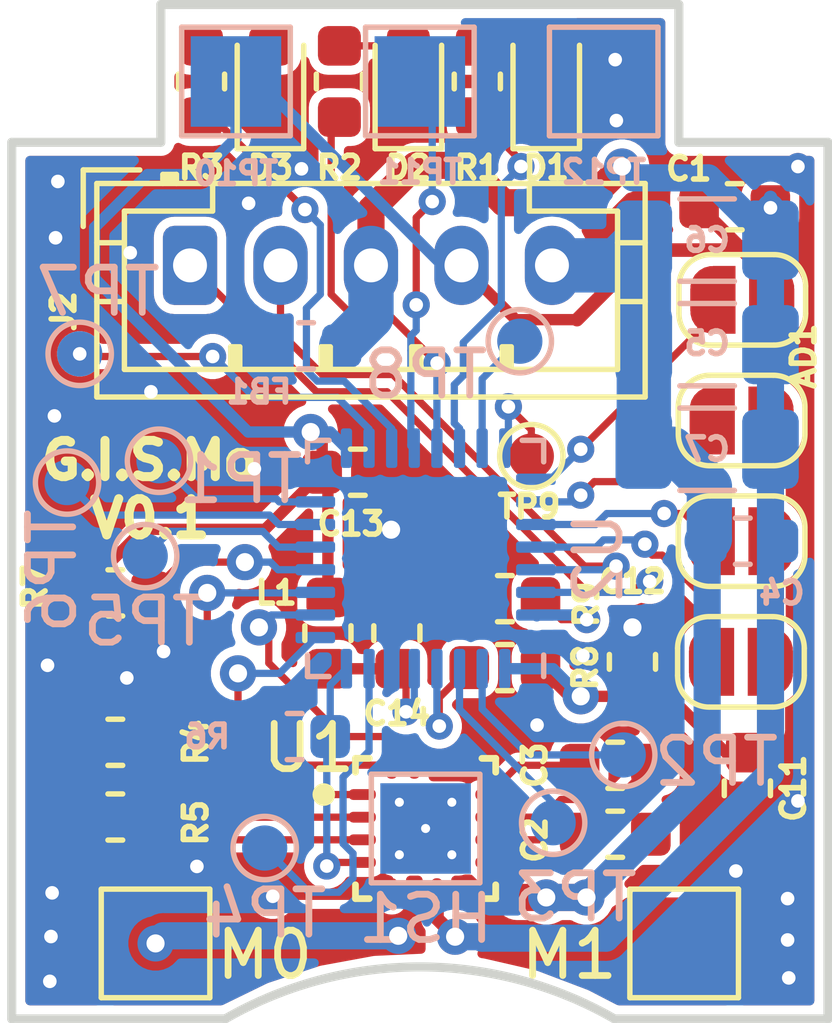
<source format=kicad_pcb>
(kicad_pcb (version 20171130) (host pcbnew "(5.1.6)-1")
  (title_block (title G.I.S.Mo) (date 2020-09-06) (rev 0.12) (company https://github.com/wandrade/gismo) (comment 1 "Werner Thomassen Andrade"))
  (layers (0 F.Cu signal) (31 B.Cu signal) (34 B.Paste user) (35 F.Paste user hide) (36 B.SilkS user) (37 F.SilkS user) (38 B.Mask user) (39 F.Mask user) (44 Edge.Cuts user))
  (net 0 "")
  (net 1 GNDPWR)
  (net 2 +3V3)
  (net 3 "Net-(C2-Pad2)")
  (net 4 "Net-(C3-Pad2)")
  (net 5 "Net-(C3-Pad1)")
  (net 6 GND)
  (net 7 "Net-(C14-Pad2)")
  (net 8 "Net-(D1-Pad2)")
  (net 9 "Net-(D2-Pad2)")
  (net 10 "Net-(D3-Pad2)")
  (net 11 /SCL)
  (net 12 /SDA)
  (net 13 VCC)
  (net 14 /MCU/PWM_IN)
  (net 15 /MCU/LED_R)
  (net 16 /MCU/LED_G)
  (net 17 /MCU/LED_B)
  (net 18 "Net-(R4-Pad1)")
  (net 19 /DRV/I_Sense)
  (net 20 /MCU/~FAULT)
  (net 21 "Net-(R9-Pad2)")
  (net 22 /DRV/Direction)
  (net 23 /DRV/MotPWM)
  (net 24 /MCU/~SLEEP)
  (net 25 /MCU/AD3)
  (net 26 /MCU/AD2)
  (net 27 /MCU/AD1)
  (net 28 /MCU/AD0)
  (net 29 "Net-(TP1-Pad1)")
  (net 30 "Net-(TP2-Pad1)")
  (net 31 "Net-(TP3-Pad1)")
  (net 32 "Net-(TP4-Pad1)")
  (net 33 "Net-(TP5-Pad1)")
  (net 34 "Net-(TP6-Pad1)")
  (net 35 "Net-(TP7-Pad1)")
  (net 36 "Net-(TP8-Pad1)")
  (net 37 "Net-(TP9-Pad1)")
  (net 38 "Net-(M0-Pad1)")
  (net 39 "Net-(M1-Pad1)")
  (net 40 "Net-(R8-Pad1)")
  (net 41 /DRV/HeatPad)
  (module TestPoint:TestPoint_Pad_2.0x2.0mm (layer B.Cu) (at 149.352 104.902)
    (fp_text reference HS1 (at 0 1.998) (layer B.SilkS) (effects (justify mirror)))
    (fp_text value HeatSink)
    (pad 1 smd rect (at 0 0) (size 2 2) (layers B.Cu B.Mask) (net 41 /DRV/HeatPad))
  )
  (module TestPoint:TestPoint_Pad_D1.0mm (layer F.Cu) (at 151.6888 96.6724)
    (fp_text reference TP9 (at -0.0508 1.1176) (layer F.SilkS) (effects (font (size 0.5 0.5) (thickness 0.125))))
    (fp_text value PA14)
    (pad 1 smd circle (at 0 0) (size 1 1) (layers F.Cu F.Mask) (net 37 "Net-(TP9-Pad1)"))
  )
  (module TestPoint:TestPoint_Pad_D1.0mm (layer B.Cu) (at 151.4348 94.1324)
    (fp_text reference TP8 (at -2.0828 0.7366) (layer B.SilkS) (effects (justify mirror)))
    (fp_text value PA13)
    (pad 1 smd circle (at 0 0) (size 1 1) (layers B.Cu B.Mask) (net 36 "Net-(TP8-Pad1)"))
  )
  (module TestPoint:TestPoint_Pad_D1.0mm (layer B.Cu) (at 141.7066 94.4118)
    (fp_text reference TP7 (at 0.4064 -1.3716) (layer B.SilkS) (effects (justify mirror)))
    (fp_text value PA8)
    (pad 1 smd circle (at 0 0) (size 1 1) (layers B.Cu B.Mask) (net 35 "Net-(TP7-Pad1)"))
  )
  (module TestPoint:TestPoint_Pad_D1.0mm (layer B.Cu) (at 141.4272 97.2566)
    (fp_text reference TP6 (at -0.3302 1.9558 90) (layer B.SilkS) (effects (justify mirror)))
    (fp_text value PA7)
    (pad 1 smd circle (at 0 0) (size 1 1) (layers B.Cu B.Mask) (net 34 "Net-(TP6-Pad1)"))
  )
  (module TestPoint:TestPoint_Pad_D1.0mm (layer B.Cu) (at 143.1544 98.8822)
    (fp_text reference TP5 (at 0 1.448) (layer B.SilkS) (effects (justify mirror)))
    (fp_text value PA6)
    (pad 1 smd circle (at 0 0) (size 1 1) (layers B.Cu B.Mask) (net 33 "Net-(TP5-Pad1)"))
  )
  (module TestPoint:TestPoint_Pad_D1.0mm (layer B.Cu) (at 145.796 105.3338)
    (fp_text reference TP4 (at 0 1.448) (layer B.SilkS) (effects (justify mirror)))
    (fp_text value PA0)
    (pad 1 smd circle (at 0 0) (size 1 1) (layers B.Cu B.Mask) (net 32 "Net-(TP4-Pad1)"))
  )
  (module TestPoint:TestPoint_Pad_D1.0mm (layer B.Cu) (at 152.1714 104.775)
    (fp_text reference TP3 (at 0.4826 1.651) (layer B.SilkS) (effects (justify mirror)))
    (fp_text value PF1)
    (pad 1 smd circle (at 0 0) (size 1 1) (layers B.Cu B.Mask) (net 31 "Net-(TP3-Pad1)"))
  )
  (module TestPoint:TestPoint_Pad_D1.0mm (layer B.Cu) (at 153.7208 103.2764)
    (fp_text reference TP2 (at 2.0574 0.1524) (layer B.SilkS) (effects (justify mirror)))
    (fp_text value PF0)
    (pad 1 smd circle (at 0 0) (size 1 1) (layers B.Cu B.Mask) (net 30 "Net-(TP2-Pad1)"))
  )
  (module TestPoint:TestPoint_Pad_D1.0mm (layer B.Cu) (at 143.4592 96.774)
    (fp_text reference TP1 (at 1.8034 0.4064) (layer B.SilkS) (effects (justify mirror)))
    (fp_text value PB0)
    (pad 1 smd circle (at 0 0) (size 1 1) (layers B.Cu B.Mask) (net 29 "Net-(TP1-Pad1)"))
  )
  (module TestPoint:TestPoint_Pad_2.0x2.0mm (layer B.Cu) (at 153.289 88.392)
    (fp_text reference TP12 (at 0 1.998) (layer B.SilkS) (effects (font (size 0.5 0.5) (thickness 0.125)) (justify mirror)))
    (fp_text value TestPoint)
    (pad 1 smd rect (at 0 0) (size 2 2) (layers B.Cu B.Mask) (net 6 GND))
  )
  (module TestPoint:TestPoint_Pad_2.0x2.0mm (layer B.Cu) (at 149.225 88.392)
    (fp_text reference TP11 (at 0 1.998) (layer B.SilkS) (effects (font (size 0.5 0.5) (thickness 0.125)) (justify mirror)))
    (fp_text value TestPoint)
    (pad 1 smd rect (at 0 0) (size 2 2) (layers B.Cu B.Mask) (net 14 /MCU/PWM_IN))
  )
  (module TestPoint:TestPoint_Pad_2.0x2.0mm (layer B.Cu) (at 145.161 88.392)
    (fp_text reference TP10 (at 0 2.032) (layer B.SilkS) (effects (font (size 0.5 0.5) (thickness 0.125)) (justify mirror)))
    (fp_text value TestPoint)
    (pad 1 smd rect (at 0 0) (size 2 2) (layers B.Cu B.Mask) (net 2 +3V3))
  )
  (module TestPoint:TestPoint_Pad_2.0x2.0mm (layer F.Cu) (at 155.067 107.442)
    (fp_text reference M1 (at -2.54 0.254) (layer F.SilkS))
    (fp_text value M-)
    (pad 1 smd rect (at 0 0) (size 2 2) (layers F.Cu F.Mask) (net 39 "Net-(M1-Pad1)"))
  )
  (module TestPoint:TestPoint_Pad_2.0x2.0mm (layer F.Cu) (at 143.383 107.442)
    (fp_text reference M0 (at 2.413 0.254) (layer F.SilkS))
    (fp_text value M+)
    (pad 1 smd rect (at 0 0) (size 2 2) (layers F.Cu F.Mask) (net 38 "Net-(M0-Pad1)"))
  )
  (module LED_SMD:LED_0603_1608Metric (layer F.Cu) (at 145.923 88.392 90)
    (fp_text reference D3 (at -1.905 0) (layer F.SilkS) (effects (font (size 0.5 0.5) (thickness 0.125))))
    (fp_text value B)
    (pad 2 smd roundrect (at 0.7875 0 90) (size 0.875 0.95) (layers F.Cu F.Paste F.Mask) (net 10 "Net-(D3-Pad2)"))
    (pad 1 smd roundrect (at -0.7875 0 90) (size 0.875 0.95) (layers F.Cu F.Paste F.Mask) (net 6 GND))
  )
  (module LED_SMD:LED_0603_1608Metric (layer F.Cu) (at 148.971 88.392 90)
    (fp_text reference D2 (at -1.905 0 180) (layer F.SilkS) (effects (font (size 0.5 0.5) (thickness 0.125))))
    (fp_text value G)
    (pad 2 smd roundrect (at 0.7875 0 90) (size 0.875 0.95) (layers F.Cu F.Paste F.Mask) (net 9 "Net-(D2-Pad2)"))
    (pad 1 smd roundrect (at -0.7875 0 90) (size 0.875 0.95) (layers F.Cu F.Paste F.Mask) (net 6 GND))
  )
  (module LED_SMD:LED_0603_1608Metric (layer F.Cu) (at 152.019 88.392 90)
    (fp_text reference D1 (at -1.905 0 180) (layer F.SilkS) (effects (font (size 0.5 0.5) (thickness 0.125))))
    (fp_text value R)
    (pad 2 smd roundrect (at 0.7875 0 90) (size 0.875 0.95) (layers F.Cu F.Paste F.Mask) (net 8 "Net-(D1-Pad2)"))
    (pad 1 smd roundrect (at -0.7875 0 90) (size 0.875 0.95) (layers F.Cu F.Paste F.Mask) (net 6 GND))
  )
  (module Jumper:SolderJumper-2_P1.3mm_Open_RoundedPad1.0x1.5mm (layer F.Cu) (at 156.322 101.219 180)
    (fp_text reference AD4 hide)
    (fp_text value AD3)
    (pad 2 smd custom (at 0.65 0 180) (size 1 0.5) (layers F.Cu F.Mask) (net 25 /MCU/AD3) (options (clearance outline) (anchor rect)) (primitives (gr_circle (center 0 0.25) (end 0.5 0.25) (width 0)) (gr_circle (center 0 -0.25) (end 0.5 -0.25) (width 0)) (gr_poly (pts (xy 0 -0.75) (xy -0.5 -0.75) (xy -0.5 0.75) (xy 0 0.75)) (width 0))))
    (pad 1 smd custom (at -0.65 0 180) (size 1 0.5) (layers F.Cu F.Mask) (net 2 +3V3) (options (clearance outline) (anchor rect)) (primitives (gr_circle (center 0 0.25) (end 0.5 0.25) (width 0)) (gr_circle (center 0 -0.25) (end 0.5 -0.25) (width 0)) (gr_poly (pts (xy 0 -0.75) (xy 0.5 -0.75) (xy 0.5 0.75) (xy 0 0.75)) (width 0))))
  )
  (module Jumper:SolderJumper-2_P1.3mm_Open_RoundedPad1.0x1.5mm (layer F.Cu) (at 156.337 98.552 180)
    (fp_text reference AD3 hide)
    (fp_text value AD2)
    (pad 2 smd custom (at 0.65 0 180) (size 1 0.5) (layers F.Cu F.Mask) (net 26 /MCU/AD2) (options (clearance outline) (anchor rect)) (primitives (gr_circle (center 0 0.25) (end 0.5 0.25) (width 0)) (gr_circle (center 0 -0.25) (end 0.5 -0.25) (width 0)) (gr_poly (pts (xy 0 -0.75) (xy -0.5 -0.75) (xy -0.5 0.75) (xy 0 0.75)) (width 0))))
    (pad 1 smd custom (at -0.65 0 180) (size 1 0.5) (layers F.Cu F.Mask) (net 2 +3V3) (options (clearance outline) (anchor rect)) (primitives (gr_circle (center 0 0.25) (end 0.5 0.25) (width 0)) (gr_circle (center 0 -0.25) (end 0.5 -0.25) (width 0)) (gr_poly (pts (xy 0 -0.75) (xy 0.5 -0.75) (xy 0.5 0.75) (xy 0 0.75)) (width 0))))
  )
  (module Jumper:SolderJumper-2_P1.3mm_Open_RoundedPad1.0x1.5mm (layer F.Cu) (at 156.337 95.885 180)
    (fp_text reference AD2 hide)
    (fp_text value AD1)
    (pad 2 smd custom (at 0.65 0 180) (size 1 0.5) (layers F.Cu F.Mask) (net 27 /MCU/AD1) (options (clearance outline) (anchor rect)) (primitives (gr_circle (center 0 0.25) (end 0.5 0.25) (width 0)) (gr_circle (center 0 -0.25) (end 0.5 -0.25) (width 0)) (gr_poly (pts (xy 0 -0.75) (xy -0.5 -0.75) (xy -0.5 0.75) (xy 0 0.75)) (width 0))))
    (pad 1 smd custom (at -0.65 0 180) (size 1 0.5) (layers F.Cu F.Mask) (net 2 +3V3) (options (clearance outline) (anchor rect)) (primitives (gr_circle (center 0 0.25) (end 0.5 0.25) (width 0)) (gr_circle (center 0 -0.25) (end 0.5 -0.25) (width 0)) (gr_poly (pts (xy 0 -0.75) (xy 0.5 -0.75) (xy 0.5 0.75) (xy 0 0.75)) (width 0))))
  )
  (module Jumper:SolderJumper-2_P1.3mm_Open_RoundedPad1.0x1.5mm (layer F.Cu) (at 156.352 93.218 180)
    (fp_text reference AD1 (at -1.3566 -1.2446 90) (layer F.SilkS) (effects (font (size 0.5 0.5) (thickness 0.125))))
    (fp_text value AD0)
    (pad 2 smd custom (at 0.65 0 180) (size 1 0.5) (layers F.Cu F.Mask) (net 28 /MCU/AD0) (options (clearance outline) (anchor rect)) (primitives (gr_circle (center 0 0.25) (end 0.5 0.25) (width 0)) (gr_circle (center 0 -0.25) (end 0.5 -0.25) (width 0)) (gr_poly (pts (xy 0 -0.75) (xy -0.5 -0.75) (xy -0.5 0.75) (xy 0 0.75)) (width 0))))
    (pad 1 smd custom (at -0.65 0 180) (size 1 0.5) (layers F.Cu F.Mask) (net 2 +3V3) (options (clearance outline) (anchor rect)) (primitives (gr_circle (center 0 0.25) (end 0.5 0.25) (width 0)) (gr_circle (center 0 -0.25) (end 0.5 -0.25) (width 0)) (gr_poly (pts (xy 0 -0.75) (xy 0.5 -0.75) (xy 0.5 0.75) (xy 0 0.75)) (width 0))))
  )
  (module Package_DFN_QFN:QFN-32-1EP_5x5mm_P0.5mm_EP3.45x3.45mm (layer B.Cu) (at 149.352 98.933 90)
    (fp_text reference U2 (at 0 3.82 90) (layer B.SilkS) (effects (justify mirror)))
    (fp_text value STM32F302K8Ux hide)
    (pad 33 smd rect (at 0 0 90) (size 3.45 3.45) (layers B.Cu B.Mask) (net 6 GND))
    (pad 32 smd roundrect (at -1.75 2.4375 90) (size 0.25 0.875) (layers B.Cu B.Paste B.Mask) (net 6 GND))
    (pad 31 smd roundrect (at -1.25 2.4375 90) (size 0.25 0.875) (layers B.Cu B.Paste B.Mask) (net 21 "Net-(R9-Pad2)"))
    (pad 30 smd roundrect (at -0.75 2.4375 90) (size 0.25 0.875) (layers B.Cu B.Paste B.Mask) (net 12 /SDA))
    (pad 29 smd roundrect (at -0.25 2.4375 90) (size 0.25 0.875) (layers B.Cu B.Paste B.Mask) (net 11 /SCL))
    (pad 28 smd roundrect (at 0.25 2.4375 90) (size 0.25 0.875) (layers B.Cu B.Paste B.Mask) (net 25 /MCU/AD3))
    (pad 27 smd roundrect (at 0.75 2.4375 90) (size 0.25 0.875) (layers B.Cu B.Paste B.Mask) (net 26 /MCU/AD2))
    (pad 26 smd roundrect (at 1.25 2.4375 90) (size 0.25 0.875) (layers B.Cu B.Paste B.Mask) (net 27 /MCU/AD1))
    (pad 25 smd roundrect (at 1.75 2.4375 90) (size 0.25 0.875) (layers B.Cu B.Paste B.Mask) (net 28 /MCU/AD0))
    (pad 24 smd roundrect (at 2.4375 1.75 90) (size 0.875 0.25) (layers B.Cu B.Paste B.Mask) (net 37 "Net-(TP9-Pad1)"))
    (pad 23 smd roundrect (at 2.4375 1.25 90) (size 0.875 0.25) (layers B.Cu B.Paste B.Mask) (net 36 "Net-(TP8-Pad1)"))
    (pad 22 smd roundrect (at 2.4375 0.75 90) (size 0.875 0.25) (layers B.Cu B.Paste B.Mask) (net 15 /MCU/LED_R))
    (pad 21 smd roundrect (at 2.4375 0.25 90) (size 0.875 0.25) (layers B.Cu B.Paste B.Mask) (net 16 /MCU/LED_G))
    (pad 20 smd roundrect (at 2.4375 -0.25 90) (size 0.875 0.25) (layers B.Cu B.Paste B.Mask) (net 14 /MCU/PWM_IN))
    (pad 19 smd roundrect (at 2.4375 -0.75 90) (size 0.875 0.25) (layers B.Cu B.Paste B.Mask) (net 17 /MCU/LED_B))
    (pad 18 smd roundrect (at 2.4375 -1.25 90) (size 0.875 0.25) (layers B.Cu B.Paste B.Mask) (net 35 "Net-(TP7-Pad1)"))
    (pad 17 smd roundrect (at 2.4375 -1.75 90) (size 0.875 0.25) (layers B.Cu B.Paste B.Mask) (net 2 +3V3))
    (pad 16 smd roundrect (at 1.75 -2.4375 90) (size 0.25 0.875) (layers B.Cu B.Paste B.Mask) (net 6 GND))
    (pad 15 smd roundrect (at 1.25 -2.4375 90) (size 0.25 0.875) (layers B.Cu B.Paste B.Mask) (net 29 "Net-(TP1-Pad1)"))
    (pad 14 smd roundrect (at 0.75 -2.4375 90) (size 0.25 0.875) (layers B.Cu B.Paste B.Mask) (net 34 "Net-(TP6-Pad1)"))
    (pad 13 smd roundrect (at 0.25 -2.4375 90) (size 0.25 0.875) (layers B.Cu B.Paste B.Mask) (net 33 "Net-(TP5-Pad1)"))
    (pad 12 smd roundrect (at -0.25 -2.4375 90) (size 0.25 0.875) (layers B.Cu B.Paste B.Mask) (net 20 /MCU/~FAULT))
    (pad 11 smd roundrect (at -0.75 -2.4375 90) (size 0.25 0.875) (layers B.Cu B.Paste B.Mask) (net 24 /MCU/~SLEEP))
    (pad 10 smd roundrect (at -1.25 -2.4375 90) (size 0.25 0.875) (layers B.Cu B.Paste B.Mask) (net 23 /DRV/MotPWM))
    (pad 9 smd roundrect (at -1.75 -2.4375 90) (size 0.25 0.875) (layers B.Cu B.Paste B.Mask) (net 22 /DRV/Direction))
    (pad 8 smd roundrect (at -2.4375 -1.75 90) (size 0.875 0.25) (layers B.Cu B.Paste B.Mask) (net 19 /DRV/I_Sense))
    (pad 7 smd roundrect (at -2.4375 -1.25 90) (size 0.875 0.25) (layers B.Cu B.Paste B.Mask) (net 32 "Net-(TP4-Pad1)"))
    (pad 6 smd roundrect (at -2.4375 -0.75 90) (size 0.875 0.25) (layers B.Cu B.Paste B.Mask) (net 6 GND))
    (pad 5 smd roundrect (at -2.4375 -0.25 90) (size 0.875 0.25) (layers B.Cu B.Paste B.Mask) (net 7 "Net-(C14-Pad2)"))
    (pad 4 smd roundrect (at -2.4375 0.25 90) (size 0.875 0.25) (layers B.Cu B.Paste B.Mask) (net 40 "Net-(R8-Pad1)"))
    (pad 3 smd roundrect (at -2.4375 0.75 90) (size 0.875 0.25) (layers B.Cu B.Paste B.Mask) (net 31 "Net-(TP3-Pad1)"))
    (pad 2 smd roundrect (at -2.4375 1.25 90) (size 0.875 0.25) (layers B.Cu B.Paste B.Mask) (net 30 "Net-(TP2-Pad1)"))
    (pad 1 smd roundrect (at -2.4375 1.75 90) (size 0.875 0.25) (layers B.Cu B.Paste B.Mask) (net 2 +3V3))
  )
  (module "TI DRV:Texas_Instruments-RGT0016C-0-0-MFG" (layer F.Cu) (at 149.352 104.902)
    (fp_text reference U1 (at -3.683 -1.778) (layer F.SilkS) (effects (justify left)))
    (fp_text value DRV8876RGTR hide)
    (pad ~ thru_hole circle (at 0.58 -0.58) (size 0.5 0.5) (drill 0.2) (layers *.Cu))
    (pad ~ thru_hole circle (at -0.58 -0.58) (size 0.5 0.5) (drill 0.2) (layers *.Cu))
    (pad ~ thru_hole circle (at 0.58 0.58) (size 0.5 0.5) (drill 0.2) (layers *.Cu))
    (pad ~ thru_hole circle (at -0.58 0.58) (size 0.5 0.5) (drill 0.2) (layers *.Cu))
    (pad ~ thru_hole circle (at 0 0) (size 0.5 0.5) (drill 0.2) (layers *.Cu))
    (pad 17 smd roundrect (at 0 0) (size 1.68 1.68) (layers F.Cu F.Mask) (roundrect_rratio 0.0595238095) (net 41 /DRV/HeatPad))
    (pad 16 smd roundrect (at -0.749999 -1.400046) (size 0.24 0.6) (layers F.Cu F.Paste F.Mask) (roundrect_rratio 0.4166666667) (net 22 /DRV/Direction))
    (pad 15 smd roundrect (at -0.249999 -1.400046) (size 0.24 0.6) (layers F.Cu F.Paste F.Mask) (roundrect_rratio 0.4166666667) (net 23 /DRV/MotPWM))
    (pad 14 smd roundrect (at 0.25 -1.400046) (size 0.24 0.6) (layers F.Cu F.Paste F.Mask) (roundrect_rratio 0.4166666667) (net 6 GND))
    (pad 13 smd roundrect (at 0.75 -1.400046) (size 0.24 0.6) (layers F.Cu F.Paste F.Mask) (roundrect_rratio 0.4166666667) (net 6 GND))
    (pad 8 smd roundrect (at 0.75 1.400047) (size 0.24 0.6) (layers F.Cu F.Paste F.Mask) (roundrect_rratio 0.4166666667) (net 39 "Net-(M1-Pad1)"))
    (pad 7 smd roundrect (at 0.25 1.400047) (size 0.24 0.6) (layers F.Cu F.Paste F.Mask) (roundrect_rratio 0.4166666667) (net 1 GNDPWR))
    (pad 6 smd roundrect (at -0.249999 1.400047) (size 0.24 0.6) (layers F.Cu F.Paste F.Mask) (roundrect_rratio 0.4166666667) (net 38 "Net-(M0-Pad1)"))
    (pad 5 smd roundrect (at -0.749999 1.400047) (size 0.24 0.6) (layers F.Cu F.Paste F.Mask) (roundrect_rratio 0.4166666667) (net 6 GND))
    (pad 12 smd roundrect (at 1.400047 -0.749999) (size 0.6 0.24) (layers F.Cu F.Paste F.Mask) (roundrect_rratio 0.4166666667) (net 4 "Net-(C3-Pad2)"))
    (pad 11 smd roundrect (at 1.400047 -0.249999) (size 0.6 0.24) (layers F.Cu F.Paste F.Mask) (roundrect_rratio 0.4166666667) (net 5 "Net-(C3-Pad1)"))
    (pad 10 smd roundrect (at 1.400047 0.25) (size 0.6 0.24) (layers F.Cu F.Paste F.Mask) (roundrect_rratio 0.4166666667) (net 3 "Net-(C2-Pad2)"))
    (pad 9 smd roundrect (at 1.400047 0.75) (size 0.6 0.24) (layers F.Cu F.Paste F.Mask) (roundrect_rratio 0.4166666667) (net 13 VCC))
    (pad 4 smd roundrect (at -1.400046 0.75) (size 0.6 0.24) (layers F.Cu F.Paste F.Mask) (roundrect_rratio 0.4166666667) (net 19 /DRV/I_Sense))
    (pad 3 smd roundrect (at -1.400046 0.25) (size 0.6 0.24) (layers F.Cu F.Paste F.Mask) (roundrect_rratio 0.4166666667) (net 18 "Net-(R4-Pad1)"))
    (pad 2 smd roundrect (at -1.400046 -0.249999) (size 0.6 0.24) (layers F.Cu F.Paste F.Mask) (roundrect_rratio 0.4166666667) (net 20 /MCU/~FAULT))
    (pad 1 smd roundrect (at -1.400046 -0.749999) (size 0.6 0.24) (layers F.Cu F.Paste F.Mask) (roundrect_rratio 0.4166666667) (net 24 /MCU/~SLEEP))
  )
  (module Resistor_SMD:R_0603_1608Metric (layer F.Cu) (at 151.1045 99.822)
    (fp_text reference R9 (at 1.8035 0.127 270) (layer F.SilkS) (effects (font (size 0.5 0.5) (thickness 0.125))))
    (fp_text value 10k)
    (pad 2 smd roundrect (at 0.7875 0) (size 0.875 0.95) (layers F.Cu F.Paste F.Mask) (net 21 "Net-(R9-Pad2)"))
    (pad 1 smd roundrect (at -0.7875 0) (size 0.875 0.95) (layers F.Cu F.Paste F.Mask) (net 6 GND))
  )
  (module Resistor_SMD:R_0603_1608Metric (layer F.Cu) (at 151.1045 101.346)
    (fp_text reference R8 (at 1.778 0 90) (layer F.SilkS) (effects (font (size 0.5 0.5) (thickness 0.125))))
    (fp_text value 10k)
    (pad 2 smd roundrect (at 0.7875 0) (size 0.875 0.95) (layers F.Cu F.Paste F.Mask) (net 2 +3V3))
    (pad 1 smd roundrect (at -0.7875 0) (size 0.875 0.95) (layers F.Cu F.Paste F.Mask) (net 40 "Net-(R8-Pad1)"))
  )
  (module Resistor_SMD:R_0603_1608Metric (layer F.Cu) (at 142.494 99.695 180)
    (fp_text reference R7 (at 1.778 0.127 270) (layer F.SilkS) (effects (font (size 0.5 0.5) (thickness 0.125))))
    (fp_text value 10K)
    (pad 2 smd roundrect (at 0.7875 0 180) (size 0.875 0.95) (layers F.Cu F.Paste F.Mask) (net 2 +3V3))
    (pad 1 smd roundrect (at -0.7875 0 180) (size 0.875 0.95) (layers F.Cu F.Paste F.Mask) (net 20 /MCU/~FAULT))
  )
  (module Resistor_SMD:R_0603_1608Metric (layer B.Cu) (at 146.4565 102.87)
    (fp_text reference R6 (at -1.9305 0) (layer B.SilkS) (effects (font (size 0.5 0.5) (thickness 0.125)) (justify mirror)))
    (fp_text value 2K)
    (pad 2 smd roundrect (at 0.7875 0) (size 0.875 0.95) (layers B.Cu B.Paste B.Mask) (net 19 /DRV/I_Sense))
    (pad 1 smd roundrect (at -0.7875 0) (size 0.875 0.95) (layers B.Cu B.Paste B.Mask) (net 6 GND))
  )
  (module Resistor_SMD:R_0603_1608Metric (layer F.Cu) (at 142.494 104.648)
    (fp_text reference R5 (at 1.778 0.127 90) (layer F.SilkS) (effects (font (size 0.5 0.5) (thickness 0.125))))
    (fp_text value 50K)
    (pad 2 smd roundrect (at 0.7875 0) (size 0.875 0.95) (layers F.Cu F.Paste F.Mask) (net 18 "Net-(R4-Pad1)"))
    (pad 1 smd roundrect (at -0.7875 0) (size 0.875 0.95) (layers F.Cu F.Paste F.Mask) (net 6 GND))
  )
  (module Resistor_SMD:R_0603_1608Metric (layer F.Cu) (at 142.494 102.997 180)
    (fp_text reference R4 (at -1.778 0 90) (layer F.SilkS) (effects (font (size 0.5 0.5) (thickness 0.125))))
    (fp_text value 1.5K)
    (pad 2 smd roundrect (at 0.7875 0 180) (size 0.875 0.95) (layers F.Cu F.Paste F.Mask) (net 2 +3V3))
    (pad 1 smd roundrect (at -0.7875 0 180) (size 0.875 0.95) (layers F.Cu F.Paste F.Mask) (net 18 "Net-(R4-Pad1)"))
  )
  (module Resistor_SMD:R_0603_1608Metric (layer F.Cu) (at 144.399 88.392 270)
    (fp_text reference R3 (at 1.905 0 180) (layer F.SilkS) (effects (font (size 0.5 0.5) (thickness 0.125))))
    (fp_text value 100R)
    (pad 2 smd roundrect (at 0.7875 0 270) (size 0.875 0.95) (layers F.Cu F.Paste F.Mask) (net 17 /MCU/LED_B))
    (pad 1 smd roundrect (at -0.7875 0 270) (size 0.875 0.95) (layers F.Cu F.Paste F.Mask) (net 10 "Net-(D3-Pad2)"))
  )
  (module Resistor_SMD:R_0603_1608Metric (layer F.Cu) (at 147.447 88.392 270)
    (fp_text reference R2 (at 1.905 0 180) (layer F.SilkS) (effects (font (size 0.5 0.5) (thickness 0.125))))
    (fp_text value 100R)
    (pad 2 smd roundrect (at 0.7875 0 270) (size 0.875 0.95) (layers F.Cu F.Paste F.Mask) (net 16 /MCU/LED_G))
    (pad 1 smd roundrect (at -0.7875 0 270) (size 0.875 0.95) (layers F.Cu F.Paste F.Mask) (net 9 "Net-(D2-Pad2)"))
  )
  (module Resistor_SMD:R_0603_1608Metric (layer F.Cu) (at 150.495 88.392 270)
    (fp_text reference R1 (at 1.905 0 180) (layer F.SilkS) (effects (font (size 0.5 0.5) (thickness 0.125))))
    (fp_text value 100R)
    (pad 2 smd roundrect (at 0.7875 0 270) (size 0.875 0.95) (layers F.Cu F.Paste F.Mask) (net 15 /MCU/LED_R))
    (pad 1 smd roundrect (at -0.7875 0 270) (size 0.875 0.95) (layers F.Cu F.Paste F.Mask) (net 8 "Net-(D1-Pad2)"))
  )
  (module Inductor_SMD:L_0603_1608Metric (layer F.Cu) (at 147.193 100.584 90)
    (fp_text reference L1 (at 0.889 -1.143 180) (layer F.SilkS) (effects (font (size 0.5 0.5) (thickness 0.125))))
    (fp_text value 22uh)
    (pad 2 smd roundrect (at 0.7875 0 90) (size 0.875 0.95) (layers F.Cu F.Paste F.Mask) (net 2 +3V3))
    (pad 1 smd roundrect (at -0.7875 0 90) (size 0.875 0.95) (layers F.Cu F.Paste F.Mask) (net 7 "Net-(C14-Pad2)"))
  )
  (module Connector_JST:JST_PH_B5B-PH-K_1x05_P2.00mm_Vertical (layer F.Cu) (at 144.145 92.456)
    (fp_text reference J2 (at -2.794 1.016 90) (layer F.SilkS) (effects (font (size 0.5 0.5) (thickness 0.125))))
    (fp_text value I2C)
    (pad 5 thru_hole oval (at 8 0) (size 1.2 1.75) (drill 0.75) (layers *.Cu *.Mask) (net 13 VCC))
    (pad 4 thru_hole oval (at 6 0) (size 1.2 1.75) (drill 0.75) (layers *.Cu *.Mask) (net 2 +3V3))
    (pad 3 thru_hole oval (at 4 0) (size 1.2 1.75) (drill 0.75) (layers *.Cu *.Mask) (net 1 GNDPWR))
    (pad 2 thru_hole oval (at 2 0) (size 1.2 1.75) (drill 0.75) (layers *.Cu *.Mask) (net 11 /SCL))
    (pad 1 thru_hole roundrect (at 0 0) (size 1.2 1.75) (drill 0.75) (layers *.Cu *.Mask) (roundrect_rratio 0.208333) (net 12 /SDA))
  )
  (module Resistor_SMD:R_0603_1608Metric (layer B.Cu) (at 146.7105 94.234)
    (fp_text reference FB1 (at -1.0415 1.016 180) (layer B.SilkS) (effects (font (size 0.5 0.5) (thickness 0.125)) (justify mirror)))
    (fp_text value 600ohm hide)
    (pad 2 smd roundrect (at 0.7875 0) (size 0.875 0.95) (layers B.Cu B.Paste B.Mask) (net 1 GNDPWR))
    (pad 1 smd roundrect (at -0.7875 0) (size 0.875 0.95) (layers B.Cu B.Paste B.Mask) (net 6 GND))
  )
  (module Capacitor_SMD:C_0603_1608Metric (layer F.Cu) (at 148.717 100.584 270)
    (fp_text reference C14 (at 1.778 0 180) (layer F.SilkS) (effects (font (size 0.5 0.5) (thickness 0.125))))
    (fp_text value 10nF)
    (pad 2 smd roundrect (at 0.7875 0 270) (size 0.875 0.95) (layers F.Cu F.Paste F.Mask) (net 7 "Net-(C14-Pad2)"))
    (pad 1 smd roundrect (at -0.7875 0 270) (size 0.875 0.95) (layers F.Cu F.Paste F.Mask) (net 6 GND))
  )
  (module Capacitor_SMD:C_0603_1608Metric (layer F.Cu) (at 147.8535 97.028 180)
    (fp_text reference C13 (at 0.1525 -1.143) (layer F.SilkS) (effects (font (size 0.5 0.5) (thickness 0.125))))
    (fp_text value 10nF)
    (pad 2 smd roundrect (at 0.7875 0 180) (size 0.875 0.95) (layers F.Cu F.Paste F.Mask) (net 2 +3V3))
    (pad 1 smd roundrect (at -0.7875 0 180) (size 0.875 0.95) (layers F.Cu F.Paste F.Mask) (net 6 GND))
  )
  (module Capacitor_SMD:C_0603_1608Metric (layer F.Cu) (at 153.924 101.219 270)
    (fp_text reference C12 (at -1.778 0 180) (layer F.SilkS) (effects (font (size 0.5 0.5) (thickness 0.125))))
    (fp_text value 10nF)
    (pad 2 smd roundrect (at 0.7875 0 270) (size 0.875 0.95) (layers F.Cu F.Paste F.Mask) (net 2 +3V3))
    (pad 1 smd roundrect (at -0.7875 0 270) (size 0.875 0.95) (layers F.Cu F.Paste F.Mask) (net 6 GND))
  )
  (module Capacitor_SMD:C_0603_1608Metric (layer F.Cu) (at 156.464 104.013 90)
    (fp_text reference C11 (at 0 1.016 270) (layer F.SilkS) (effects (font (size 0.5 0.5) (thickness 0.125))))
    (fp_text value 4.7uF)
    (pad 2 smd roundrect (at 0.7875 0 90) (size 0.875 0.95) (layers F.Cu F.Paste F.Mask) (net 2 +3V3))
    (pad 1 smd roundrect (at -0.7875 0 90) (size 0.875 0.95) (layers F.Cu F.Paste F.Mask) (net 6 GND))
  )
  (module Capacitor_SMD:C_1206_3216Metric (layer B.Cu) (at 155.575 96.52 180)
    (fp_text reference C7 (at 0 0) (layer B.SilkS) (effects (font (size 0.5 0.5) (thickness 0.125)) (justify mirror)))
    (fp_text value 47uF)
    (pad 2 smd roundrect (at 1.4 0 180) (size 1.25 1.75) (layers B.Cu B.Paste B.Mask) (roundrect_rratio 0.2) (net 13 VCC))
    (pad 1 smd roundrect (at -1.4 0 180) (size 1.25 1.75) (layers B.Cu B.Paste B.Mask) (roundrect_rratio 0.2) (net 1 GNDPWR))
  )
  (module Capacitor_SMD:C_1206_3216Metric (layer B.Cu) (at 155.575 91.8972 180)
    (fp_text reference C6 (at 0 0) (layer B.SilkS) (effects (font (size 0.5 0.5) (thickness 0.125)) (justify mirror)))
    (fp_text value 47uF)
    (pad 2 smd roundrect (at 1.4 0 180) (size 1.25 1.75) (layers B.Cu B.Paste B.Mask) (roundrect_rratio 0.2) (net 13 VCC))
    (pad 1 smd roundrect (at -1.4 0 180) (size 1.25 1.75) (layers B.Cu B.Paste B.Mask) (roundrect_rratio 0.2) (net 1 GNDPWR))
  )
  (module Capacitor_SMD:C_1206_3216Metric (layer B.Cu) (at 155.575 94.2086 180)
    (fp_text reference C5 (at 0 0.028) (layer B.SilkS) (effects (font (size 0.5 0.5) (thickness 0.125)) (justify mirror)))
    (fp_text value 47uF)
    (pad 2 smd roundrect (at 1.4 0 180) (size 1.25 1.75) (layers B.Cu B.Paste B.Mask) (roundrect_rratio 0.2) (net 13 VCC))
    (pad 1 smd roundrect (at -1.4 0 180) (size 1.25 1.75) (layers B.Cu B.Paste B.Mask) (roundrect_rratio 0.2) (net 1 GNDPWR))
  )
  (module Capacitor_SMD:C_0603_1608Metric (layer B.Cu) (at 156.3625 98.552 180)
    (fp_text reference C4 (at -0.8635 -1.143) (layer B.SilkS) (effects (font (size 0.5 0.5) (thickness 0.125)) (justify mirror)))
    (fp_text value 0.1uF)
    (pad 2 smd roundrect (at 0.7875 0 180) (size 0.875 0.95) (layers B.Cu B.Paste B.Mask) (net 13 VCC))
    (pad 1 smd roundrect (at -0.7875 0 180) (size 0.875 0.95) (layers B.Cu B.Paste B.Mask) (net 1 GNDPWR))
  )
  (module Capacitor_SMD:C_0603_1608Metric (layer F.Cu) (at 153.543 103.505 180)
    (fp_text reference C3 (at 1.778 0 90) (layer F.SilkS) (effects (font (size 0.5 0.5) (thickness 0.125))))
    (fp_text value 0.022uf)
    (pad 2 smd roundrect (at 0.7875 0 180) (size 0.875 0.95) (layers F.Cu F.Paste F.Mask) (net 4 "Net-(C3-Pad2)"))
    (pad 1 smd roundrect (at -0.7875 0 180) (size 0.875 0.95) (layers F.Cu F.Paste F.Mask) (net 5 "Net-(C3-Pad1)"))
  )
  (module Capacitor_SMD:C_0603_1608Metric (layer F.Cu) (at 153.543 105.029 180)
    (fp_text reference C2 (at 1.778 -0.127 90) (layer F.SilkS) (effects (font (size 0.5 0.5) (thickness 0.125))))
    (fp_text value 0.1uF)
    (pad 2 smd roundrect (at 0.7875 0 180) (size 0.875 0.95) (layers F.Cu F.Paste F.Mask) (net 3 "Net-(C2-Pad2)"))
    (pad 1 smd roundrect (at -0.7875 0 180) (size 0.875 0.95) (layers F.Cu F.Paste F.Mask) (net 13 VCC))
  )
  (module Capacitor_SMD:C_0603_1608Metric (layer F.Cu) (at 156.1846 91.1606)
    (fp_text reference C1 (at -1.016 -0.8382) (layer F.SilkS) (effects (font (size 0.5 0.5) (thickness 0.125))))
    (fp_text value 100uf)
    (pad 1 smd roundrect (at -0.7875 0) (size 0.875 0.95) (layers F.Cu F.Paste F.Mask) (net 2 +3V3))
    (pad 2 smd roundrect (at 0.7875 0) (size 0.875 0.95) (layers F.Cu F.Paste F.Mask) (net 1 GNDPWR))
  )
  (gr_text "G.I.S.Mo\nV0.1" (at 143.256 97.409) (layer F.SilkS) (effects (font (size 0.8 0.8) (thickness 0.2))))
  (gr_line (start 158.245 89.736001) (end 158.245 109.111) (layer Edge.Cuts) (width 0.2))
  (gr_line (start 154.95 89.736001) (end 158.245 89.736001) (layer Edge.Cuts) (width 0.2))
  (gr_line (start 154.95 86.691001) (end 154.95 89.736001) (layer Edge.Cuts) (width 0.2))
  (gr_line (start 154.95 86.691001) (end 143.5 86.691) (layer Edge.Cuts) (width 0.2))
  (gr_line (start 143.5 89.736001) (end 143.5 86.691) (layer Edge.Cuts) (width 0.2))
  (gr_line (start 140.205001 89.736) (end 143.5 89.736001) (layer Edge.Cuts) (width 0.2))
  (gr_line (start 140.205 109.111) (end 140.205001 89.736) (layer Edge.Cuts) (width 0.2))
  (gr_line (start 158.245 109.111) (end 153.527906 109.111) (layer Edge.Cuts) (width 0.2))
  (gr_line (start 140.205 109.111) (end 144.922094 109.111) (layer Edge.Cuts) (width 0.2))
  (gr_arc (start 149.225 116.586) (end 153.527906 109.111) (angle -59.85287092) (layer Edge.Cuts) (width 0.2))
  (via (at 150.003876 107.294064) (size 0.8) (drill 0.4) (layers F.Cu B.Cu) (net 1))
  (segment (start 149.602011 106.676011) (end 149.602011 106.509178) (width 0.3) (layer F.Cu) (net 1))
  (segment (start 149.603877 106.677877) (end 149.602011 106.676011) (width 0.3) (layer F.Cu) (net 1))
  (segment (start 150.003876 107.294064) (end 149.603877 106.894065) (width 0.3) (layer F.Cu) (net 1))
  (segment (start 149.603877 106.894065) (end 149.603877 106.677877) (width 0.3) (layer F.Cu) (net 1))
  (segment (start 148.145 93.587) (end 147.498 94.234) (width 1) (layer B.Cu) (net 1))
  (segment (start 148.145 92.456) (end 148.145 93.587) (width 1) (layer B.Cu) (net 1))
  (segment (start 153.340001 107.326001) (end 156.975 103.691002) (width 0.6) (layer B.Cu) (net 1))
  (segment (start 150.569561 107.294064) (end 150.601498 107.326001) (width 0.6) (layer B.Cu) (net 1))
  (segment (start 150.601498 107.326001) (end 153.340001 107.326001) (width 0.6) (layer B.Cu) (net 1))
  (segment (start 150.003876 107.294064) (end 150.569561 107.294064) (width 0.6) (layer B.Cu) (net 1))
  (segment (start 156.975 91.8972) (end 155.59999 90.52219) (width 0.6) (layer B.Cu) (net 1))
  (segment (start 156.975 103.691002) (end 156.975 91.8972) (width 0.6) (layer B.Cu) (net 1))
  (segment (start 156.975 91.8972) (end 156.975 91.183) (width 0.3) (layer B.Cu) (net 1))
  (via (at 153.6954 90.2716) (size 0.8) (drill 0.4) (layers F.Cu B.Cu) (net 1))
  (segment (start 153.94599 90.52219) (end 155.59999 90.52219) (width 0.6) (layer B.Cu) (net 1))
  (segment (start 153.6954 90.2716) (end 153.94599 90.52219) (width 0.6) (layer B.Cu) (net 1))
  (segment (start 148.145 91.2246) (end 149.1234 90.2462) (width 0.6) (layer F.Cu) (net 1))
  (segment (start 148.145 92.456) (end 148.145 91.2246) (width 0.6) (layer F.Cu) (net 1))
  (segment (start 149.1234 90.2462) (end 150.250798 90.2462) (width 0.6) (layer F.Cu) (net 1))
  (segment (start 152.876621 91.071601) (end 152.88601 91.08099) (width 0.6) (layer F.Cu) (net 1))
  (segment (start 150.250798 90.2462) (end 151.076199 91.071601) (width 0.6) (layer F.Cu) (net 1))
  (segment (start 152.88601 91.08099) (end 153.6954 90.2716) (width 0.6) (layer F.Cu) (net 1))
  (segment (start 151.076199 91.071601) (end 152.876621 91.071601) (width 0.6) (layer F.Cu) (net 1))
  (segment (start 156.975 91.183) (end 156.975 90.9545) (width 0.3) (layer B.Cu) (net 1))
  (via (at 156.975 91.183) (size 0.6) (drill 0.3) (layers F.Cu B.Cu) (net 1))
  (via (at 152.781 101.981) (size 0.8) (drill 0.4) (layers F.Cu B.Cu) (net 2))
  (segment (start 151.102 101.3705) (end 152.1705 101.3705) (width 0.25) (layer B.Cu) (net 2))
  (segment (start 152.1705 101.3705) (end 152.781 101.981) (width 0.25) (layer B.Cu) (net 2))
  (segment (start 152.527 101.981) (end 151.892 101.346) (width 0.25) (layer F.Cu) (net 2))
  (segment (start 152.781 101.981) (end 152.527 101.981) (width 0.25) (layer F.Cu) (net 2))
  (segment (start 153.8985 101.981) (end 153.924 102.0065) (width 0.25) (layer F.Cu) (net 2))
  (segment (start 152.781 101.981) (end 153.8985 101.981) (width 0.25) (layer F.Cu) (net 2))
  (segment (start 141.7065 99.695) (end 141.7065 102.997) (width 0.25) (layer F.Cu) (net 2))
  (segment (start 147.193 97.155) (end 147.066 97.028) (width 0.25) (layer F.Cu) (net 2))
  (segment (start 147.193 99.7965) (end 147.193 97.155) (width 0.25) (layer F.Cu) (net 2))
  (segment (start 145.804001 98.289999) (end 147.066 97.028) (width 0.25) (layer F.Cu) (net 2))
  (segment (start 143.111501 98.289999) (end 145.804001 98.289999) (width 0.25) (layer F.Cu) (net 2))
  (segment (start 141.7065 99.695) (end 143.111501 98.289999) (width 0.25) (layer F.Cu) (net 2))
  (via (at 146.812 96.139) (size 0.8) (drill 0.4) (layers F.Cu B.Cu) (net 2))
  (segment (start 147.066 97.028) (end 147.066 96.393) (width 0.25) (layer F.Cu) (net 2))
  (segment (start 147.066 96.393) (end 146.812 96.139) (width 0.25) (layer F.Cu) (net 2))
  (segment (start 147.2455 96.139) (end 147.602 96.4955) (width 0.25) (layer B.Cu) (net 2))
  (segment (start 146.812 96.139) (end 147.2455 96.139) (width 0.25) (layer B.Cu) (net 2))
  (segment (start 157.002 95.87) (end 156.987 95.885) (width 0.25) (layer F.Cu) (net 2))
  (segment (start 157.002 93.218) (end 157.002 95.87) (width 0.25) (layer F.Cu) (net 2))
  (segment (start 156.987 101.204) (end 156.972 101.219) (width 0.25) (layer F.Cu) (net 2))
  (segment (start 156.987 95.885) (end 156.987 101.204) (width 0.25) (layer F.Cu) (net 2))
  (segment (start 156.972 102.7175) (end 156.464 103.2255) (width 0.25) (layer F.Cu) (net 2))
  (segment (start 156.972 101.219) (end 156.972 102.7175) (width 0.25) (layer F.Cu) (net 2))
  (segment (start 154.77 102.0065) (end 153.924 102.0065) (width 0.25) (layer F.Cu) (net 2))
  (segment (start 155.989 103.2255) (end 154.77 102.0065) (width 0.25) (layer F.Cu) (net 2))
  (segment (start 156.464 103.2255) (end 155.989 103.2255) (width 0.25) (layer F.Cu) (net 2))
  (segment (start 145.161 88.392) (end 145.161 88.519) (width 0.25) (layer B.Cu) (net 2))
  (segment (start 149.728161 92.456) (end 150.145 92.456) (width 0.25) (layer B.Cu) (net 2))
  (segment (start 145.791161 88.519) (end 149.728161 92.456) (width 0.25) (layer B.Cu) (net 2))
  (segment (start 145.161 88.519) (end 145.791161 88.519) (width 0.25) (layer B.Cu) (net 2))
  (segment (start 145.429798 96.139) (end 142.0368 92.746002) (width 0.25) (layer B.Cu) (net 2))
  (segment (start 146.812 96.139) (end 145.429798 96.139) (width 0.25) (layer B.Cu) (net 2))
  (segment (start 142.0368 91.6178) (end 143.2052 90.4494) (width 0.25) (layer B.Cu) (net 2))
  (segment (start 142.0368 92.746002) (end 142.0368 91.6178) (width 0.25) (layer B.Cu) (net 2))
  (segment (start 145.161 89.642) (end 145.161 88.392) (width 0.25) (layer B.Cu) (net 2))
  (segment (start 144.3536 90.4494) (end 145.161 89.642) (width 0.25) (layer B.Cu) (net 2))
  (segment (start 143.2052 90.4494) (end 144.3536 90.4494) (width 0.25) (layer B.Cu) (net 2))
  (segment (start 151.34501 93.65601) (end 152.69849 93.65601) (width 0.25) (layer F.Cu) (net 2))
  (segment (start 150.145 92.456) (end 151.34501 93.65601) (width 0.25) (layer F.Cu) (net 2))
  (segment (start 157.002 92.7655) (end 155.3971 91.1606) (width 0.3) (layer F.Cu) (net 2))
  (segment (start 157.002 93.218) (end 157.002 92.7655) (width 0.3) (layer F.Cu) (net 2))
  (segment (start 157.002 92.470408) (end 157.002 93.218) (width 0.3) (layer F.Cu) (net 2))
  (segment (start 156.649582 92.11799) (end 157.002 92.470408) (width 0.3) (layer F.Cu) (net 2))
  (segment (start 154.23651 92.11799) (end 156.649582 92.11799) (width 0.3) (layer F.Cu) (net 2))
  (segment (start 152.69849 93.65601) (end 154.23651 92.11799) (width 0.3) (layer F.Cu) (net 2))
  (segment (start 152.6325 105.152) (end 152.7555 105.029) (width 0.16) (layer F.Cu) (net 3))
  (segment (start 150.752047 105.152) (end 152.6325 105.152) (width 0.16) (layer F.Cu) (net 3))
  (segment (start 151.399048 103.505) (end 152.7555 103.505) (width 0.16) (layer F.Cu) (net 4))
  (segment (start 150.752047 104.152001) (end 151.399048 103.505) (width 0.16) (layer F.Cu) (net 4))
  (segment (start 151.952143 104.652001) (end 152.344134 104.26001) (width 0.16) (layer F.Cu) (net 5))
  (segment (start 153.57549 104.26001) (end 154.3305 103.505) (width 0.16) (layer F.Cu) (net 5))
  (segment (start 152.344134 104.26001) (end 153.57549 104.26001) (width 0.16) (layer F.Cu) (net 5))
  (segment (start 150.752047 104.652001) (end 151.952143 104.652001) (width 0.16) (layer F.Cu) (net 5))
  (via (at 153.5684 89.2556) (size 0.6) (drill 0.3) (layers F.Cu B.Cu) (net 6))
  (via (at 153.543 87.9094) (size 0.6) (drill 0.3) (layers F.Cu B.Cu) (net 6))
  (via (at 153.924 100.457) (size 0.8) (drill 0.4) (layers F.Cu B.Cu) (net 6))
  (via (at 148.59 98.298) (size 0.8) (drill 0.4) (layers F.Cu B.Cu) (net 6))
  (via (at 152.829779 101.082321) (size 0.6) (drill 0.3) (layers F.Cu B.Cu) (net 6))
  (segment (start 152.575459 100.828001) (end 152.829779 101.082321) (width 0.25) (layer B.Cu) (net 6))
  (segment (start 151.7895 100.683) (end 151.934501 100.828001) (width 0.25) (layer B.Cu) (net 6))
  (segment (start 151.934501 100.828001) (end 152.575459 100.828001) (width 0.25) (layer B.Cu) (net 6))
  (segment (start 153.273179 101.082321) (end 153.924 100.4315) (width 0.25) (layer F.Cu) (net 6))
  (segment (start 152.829779 101.082321) (end 153.273179 101.082321) (width 0.25) (layer F.Cu) (net 6))
  (segment (start 148.602 99.683) (end 149.352 98.933) (width 0.16) (layer B.Cu) (net 6))
  (segment (start 148.602 101.3705) (end 148.602 99.683) (width 0.16) (layer B.Cu) (net 6))
  (segment (start 147.69699 97.27799) (end 149.352 98.933) (width 0.16) (layer B.Cu) (net 6))
  (segment (start 146.93499 97.27799) (end 147.69699 97.27799) (width 0.16) (layer B.Cu) (net 6))
  (segment (start 146.9145 97.2575) (end 146.93499 97.27799) (width 0.16) (layer B.Cu) (net 6))
  (segment (start 146.9145 97.183) (end 146.9145 97.2575) (width 0.16) (layer B.Cu) (net 6))
  (segment (start 151.61 100.683) (end 151.51501 100.58801) (width 0.16) (layer B.Cu) (net 6))
  (segment (start 151.51501 100.58801) (end 151.00701 100.58801) (width 0.16) (layer B.Cu) (net 6))
  (segment (start 151.7895 100.683) (end 151.61 100.683) (width 0.16) (layer B.Cu) (net 6))
  (segment (start 151.00701 100.58801) (end 149.352 98.933) (width 0.16) (layer B.Cu) (net 6))
  (via (at 145.4404 91.0844) (size 0.6) (drill 0.3) (layers F.Cu B.Cu) (net 6))
  (via (at 142.8242 92.1766) (size 0.6) (drill 0.3) (layers F.Cu B.Cu) (net 6))
  (via (at 141.224 90.6018) (size 0.6) (drill 0.3) (layers F.Cu B.Cu) (net 6))
  (via (at 146.6088 90.3224) (size 0.6) (drill 0.3) (layers F.Cu B.Cu) (net 6))
  (via (at 151.8158 102.616) (size 0.6) (drill 0.3) (layers F.Cu B.Cu) (net 6))
  (via (at 141.0462 108.2802) (size 0.6) (drill 0.3) (layers F.Cu B.Cu) (net 6))
  (via (at 141.0716 107.2896) (size 0.6) (drill 0.3) (layers F.Cu B.Cu) (net 6))
  (via (at 141.097 106.3244) (size 0.6) (drill 0.3) (layers F.Cu B.Cu) (net 6))
  (via (at 157.3784 108.204) (size 0.6) (drill 0.3) (layers F.Cu B.Cu) (net 6))
  (via (at 157.353 107.3658) (size 0.6) (drill 0.3) (layers F.Cu B.Cu) (net 6))
  (via (at 157.353 106.4514) (size 0.6) (drill 0.3) (layers F.Cu B.Cu) (net 6))
  (via (at 157.5816 90.2716) (size 0.6) (drill 0.3) (layers F.Cu B.Cu) (net 6))
  (via (at 141.1732 91.8464) (size 0.6) (drill 0.3) (layers F.Cu B.Cu) (net 6))
  (via (at 145.5674 96.9518) (size 0.6) (drill 0.3) (layers F.Cu B.Cu) (net 6))
  (via (at 143.2814 95.25) (size 0.6) (drill 0.3) (layers F.Cu B.Cu) (net 6))
  (via (at 141.1478 95.7834) (size 0.6) (drill 0.3) (layers F.Cu B.Cu) (net 6))
  (via (at 142.748 101.5746) (size 0.6) (drill 0.3) (layers F.Cu B.Cu) (net 6))
  (via (at 140.9954 101.2952) (size 0.6) (drill 0.3) (layers F.Cu B.Cu) (net 6))
  (via (at 143.5608 100.9904) (size 0.6) (drill 0.3) (layers F.Cu B.Cu) (net 6))
  (via (at 144.2974 105.7402) (size 0.6) (drill 0.3) (layers F.Cu B.Cu) (net 6))
  (via (at 145.9738 106.4006) (size 0.6) (drill 0.3) (layers F.Cu B.Cu) (net 6))
  (via (at 156.21 105.8418) (size 0.6) (drill 0.3) (layers F.Cu B.Cu) (net 6))
  (via (at 157.5816 104.2924) (size 0.6) (drill 0.3) (layers F.Cu B.Cu) (net 6))
  (segment (start 147.193 101.3715) (end 148.717 101.3715) (width 0.25) (layer F.Cu) (net 7))
  (via (at 148.919639 102.322749) (size 0.6) (drill 0.3) (layers F.Cu B.Cu) (net 7))
  (segment (start 149.102 101.3705) (end 149.102 102.140388) (width 0.16) (layer B.Cu) (net 7))
  (segment (start 149.102 102.140388) (end 148.919639 102.322749) (width 0.16) (layer B.Cu) (net 7))
  (segment (start 148.919639 101.574139) (end 148.717 101.3715) (width 0.16) (layer F.Cu) (net 7))
  (segment (start 148.919639 102.322749) (end 148.919639 101.574139) (width 0.16) (layer F.Cu) (net 7))
  (segment (start 150.495 87.6045) (end 152.019 87.6045) (width 0.16) (layer F.Cu) (net 8))
  (segment (start 147.447 87.6045) (end 148.971 87.6045) (width 0.16) (layer F.Cu) (net 9))
  (segment (start 144.399 87.6045) (end 145.923 87.6045) (width 0.16) (layer F.Cu) (net 10))
  (via (at 153.562216 99.103) (size 0.6) (drill 0.3) (layers F.Cu B.Cu) (net 11))
  (segment (start 151.7895 99.183) (end 153.482216 99.183) (width 0.16) (layer B.Cu) (net 11))
  (segment (start 153.482216 99.183) (end 153.562216 99.103) (width 0.16) (layer B.Cu) (net 11))
  (segment (start 153.562216 99.103) (end 152.862486 99.103) (width 0.16) (layer F.Cu) (net 11))
  (segment (start 148.628486 94.869) (end 147.06713 94.869) (width 0.16) (layer F.Cu) (net 11))
  (segment (start 152.862486 99.103) (end 148.628486 94.869) (width 0.16) (layer F.Cu) (net 11))
  (segment (start 146.145 93.94687) (end 146.145 92.456) (width 0.16) (layer F.Cu) (net 11))
  (segment (start 147.06713 94.869) (end 146.145 93.94687) (width 0.16) (layer F.Cu) (net 11))
  (via (at 154.305 99.441) (size 0.6) (drill 0.3) (layers F.Cu B.Cu) (net 12))
  (segment (start 151.7895 99.683) (end 154.063 99.683) (width 0.16) (layer B.Cu) (net 12))
  (segment (start 154.063 99.683) (end 154.305 99.441) (width 0.16) (layer B.Cu) (net 12))
  (segment (start 152.933357 99.683001) (end 148.500356 95.25) (width 0.16) (layer F.Cu) (net 12))
  (segment (start 153.935999 99.683001) (end 152.933357 99.683001) (width 0.16) (layer F.Cu) (net 12))
  (segment (start 154.305 99.441) (end 154.178 99.441) (width 0.16) (layer F.Cu) (net 12))
  (segment (start 154.178 99.441) (end 153.935999 99.683001) (width 0.16) (layer F.Cu) (net 12))
  (segment (start 146.939 95.25) (end 144.145 92.456) (width 0.16) (layer F.Cu) (net 12))
  (segment (start 148.500356 95.25) (end 146.939 95.25) (width 0.16) (layer F.Cu) (net 12))
  (via (at 152.908 106.426) (size 0.8) (drill 0.4) (layers F.Cu B.Cu) (net 13))
  (segment (start 155.575 103.759) (end 152.908 106.426) (width 0.6) (layer B.Cu) (net 13))
  (via (at 152.019 106.426) (size 0.8) (drill 0.4) (layers F.Cu B.Cu) (net 13))
  (segment (start 152.908 106.426) (end 152.019 106.426) (width 0.6) (layer B.Cu) (net 13))
  (segment (start 152.908 106.426) (end 151.384 106.426) (width 0.6) (layer F.Cu) (net 13))
  (segment (start 150.752047 105.794047) (end 151.384 106.426) (width 0.3) (layer F.Cu) (net 13))
  (segment (start 150.752047 105.652) (end 150.752047 105.794047) (width 0.3) (layer F.Cu) (net 13))
  (segment (start 154.305 105.029) (end 152.908 106.426) (width 0.3) (layer F.Cu) (net 13))
  (segment (start 154.3305 105.029) (end 154.305 105.029) (width 0.3) (layer F.Cu) (net 13))
  (segment (start 153.6162 92.456) (end 154.175 91.8972) (width 1.2) (layer B.Cu) (net 13))
  (segment (start 152.145 92.456) (end 153.6162 92.456) (width 1.2) (layer B.Cu) (net 13))
  (segment (start 154.175 91.8972) (end 154.175 96.52) (width 1.2) (layer B.Cu) (net 13))
  (segment (start 155.623928 98.503072) (end 155.575 98.552) (width 1) (layer B.Cu) (net 13))
  (segment (start 155.623928 97.343928) (end 155.623928 98.503072) (width 1) (layer B.Cu) (net 13))
  (segment (start 154.8 96.52) (end 155.623928 97.343928) (width 1) (layer B.Cu) (net 13))
  (segment (start 154.175 96.52) (end 154.8 96.52) (width 1) (layer B.Cu) (net 13))
  (segment (start 155.575 103.759) (end 155.575 98.552) (width 0.6) (layer B.Cu) (net 13))
  (segment (start 149.02501 88.59199) (end 149.225 88.392) (width 0.16) (layer B.Cu) (net 14))
  (segment (start 149.0735 96.4955) (end 149.02501 96.44701) (width 0.16) (layer B.Cu) (net 14))
  (segment (start 149.102 96.4955) (end 149.0735 96.4955) (width 0.16) (layer B.Cu) (net 14))
  (segment (start 149.102 96.4955) (end 149.025999 96.419499) (width 0.16) (layer B.Cu) (net 14))
  (segment (start 149.025999 96.419499) (end 149.025999 94.336599) (width 0.16) (layer B.Cu) (net 14))
  (via (at 149.145 93.328578) (size 0.6) (drill 0.3) (layers F.Cu B.Cu) (net 14))
  (segment (start 149.145 93.89208) (end 149.145 93.328578) (width 0.16) (layer B.Cu) (net 14))
  (segment (start 149.025999 94.336599) (end 149.025999 94.011081) (width 0.16) (layer B.Cu) (net 14))
  (segment (start 149.025999 94.011081) (end 149.145 93.89208) (width 0.16) (layer B.Cu) (net 14))
  (via (at 149.498586 91.0462) (size 0.6) (drill 0.3) (layers F.Cu B.Cu) (net 14))
  (segment (start 149.145 93.328578) (end 149.145 91.399786) (width 0.16) (layer F.Cu) (net 14))
  (segment (start 149.145 91.399786) (end 149.498586 91.0462) (width 0.16) (layer F.Cu) (net 14))
  (segment (start 149.498586 88.665586) (end 149.225 88.392) (width 0.16) (layer B.Cu) (net 14))
  (segment (start 149.498586 91.0462) (end 149.498586 88.665586) (width 0.16) (layer B.Cu) (net 14))
  (segment (start 150.102 96.058) (end 149.987 95.943) (width 0.16) (layer B.Cu) (net 15))
  (segment (start 150.102 96.4955) (end 150.102 96.058) (width 0.16) (layer B.Cu) (net 15))
  (segment (start 149.987 95.943) (end 149.987 95.092402) (width 0.16) (layer B.Cu) (net 15))
  (segment (start 150.368 89.3065) (end 150.495 89.1795) (width 0.16) (layer F.Cu) (net 15))
  (via (at 151.4602 90.2716) (size 0.6) (drill 0.3) (layers F.Cu B.Cu) (net 15))
  (segment (start 151.02501 90.70679) (end 151.4602 90.2716) (width 0.16) (layer B.Cu) (net 15))
  (segment (start 151.4602 90.1447) (end 150.495 89.1795) (width 0.16) (layer F.Cu) (net 15))
  (segment (start 151.4602 90.2716) (end 151.4602 90.1447) (width 0.16) (layer F.Cu) (net 15))
  (segment (start 149.987 95.092402) (end 150.186001 94.893401) (width 0.16) (layer B.Cu) (net 15))
  (segment (start 150.186001 94.893401) (end 150.186001 94.161999) (width 0.16) (layer B.Cu) (net 15))
  (segment (start 151.02501 93.32299) (end 151.02501 90.70679) (width 0.16) (layer B.Cu) (net 15))
  (segment (start 150.186001 94.161999) (end 151.02501 93.32299) (width 0.16) (layer B.Cu) (net 15))
  (segment (start 149.602 96.4955) (end 149.602 94.619) (width 0.16) (layer B.Cu) (net 16))
  (via (at 149.606 94.615) (size 0.6) (drill 0.3) (layers F.Cu B.Cu) (net 16))
  (segment (start 149.602 94.619) (end 149.606 94.615) (width 0.16) (layer B.Cu) (net 16))
  (segment (start 147.26499 89.36151) (end 147.447 89.1795) (width 0.16) (layer F.Cu) (net 16))
  (segment (start 147.26499 93.095512) (end 147.26499 89.36151) (width 0.16) (layer F.Cu) (net 16))
  (segment (start 147.780488 93.61101) (end 147.26499 93.095512) (width 0.16) (layer F.Cu) (net 16))
  (segment (start 148.60201 93.61101) (end 147.780488 93.61101) (width 0.16) (layer F.Cu) (net 16))
  (segment (start 149.606 94.615) (end 148.60201 93.61101) (width 0.16) (layer F.Cu) (net 16))
  (segment (start 144.272 89.3065) (end 144.399 89.1795) (width 0.16) (layer F.Cu) (net 17))
  (via (at 146.68499 91.222662) (size 0.6) (drill 0.3) (layers F.Cu B.Cu) (net 17))
  (segment (start 144.399 89.1795) (end 144.641828 89.1795) (width 0.16) (layer F.Cu) (net 17))
  (segment (start 144.641828 89.1795) (end 146.68499 91.222662) (width 0.16) (layer F.Cu) (net 17))
  (segment (start 148.602 96.4955) (end 148.602 96.073616) (width 0.16) (layer B.Cu) (net 17))
  (segment (start 147.551524 95.01401) (end 148.602 96.064486) (width 0.16) (layer B.Cu) (net 17))
  (segment (start 146.957673 95.014009) (end 147.551524 95.01401) (width 0.16) (layer B.Cu) (net 17))
  (segment (start 148.602 96.064486) (end 148.602 96.4955) (width 0.16) (layer B.Cu) (net 17))
  (segment (start 146.68499 91.222662) (end 147.02501 91.562682) (width 0.16) (layer B.Cu) (net 17))
  (segment (start 147.02501 91.562682) (end 147.02501 93.095512) (width 0.16) (layer B.Cu) (net 17))
  (segment (start 147.02501 93.095512) (end 146.717991 93.402531) (width 0.16) (layer B.Cu) (net 17))
  (segment (start 146.717991 94.774327) (end 146.957673 95.014009) (width 0.16) (layer B.Cu) (net 17))
  (segment (start 146.717991 93.402531) (end 146.717991 94.774327) (width 0.16) (layer B.Cu) (net 17))
  (segment (start 143.7855 105.152) (end 143.2815 104.648) (width 0.16) (layer F.Cu) (net 18))
  (segment (start 147.951954 105.152) (end 143.7855 105.152) (width 0.16) (layer F.Cu) (net 18))
  (segment (start 143.2815 102.997) (end 143.2815 104.648) (width 0.16) (layer F.Cu) (net 18))
  (segment (start 147.066 103.048) (end 147.244 102.87) (width 0.16) (layer B.Cu) (net 19))
  (segment (start 147.244 101.7285) (end 147.602 101.3705) (width 0.16) (layer B.Cu) (net 19))
  (segment (start 147.244 102.87) (end 147.244 101.7285) (width 0.16) (layer B.Cu) (net 19))
  (via (at 147.1676 105.732) (size 0.6) (drill 0.3) (layers F.Cu B.Cu) (net 19))
  (segment (start 147.951954 105.652) (end 147.2476 105.652) (width 0.16) (layer F.Cu) (net 19))
  (segment (start 147.2476 105.652) (end 147.1676 105.732) (width 0.16) (layer F.Cu) (net 19))
  (segment (start 147.1676 102.9464) (end 147.244 102.87) (width 0.16) (layer B.Cu) (net 19))
  (segment (start 147.1676 105.732) (end 147.1676 102.9464) (width 0.16) (layer B.Cu) (net 19))
  (segment (start 147.951954 104.652001) (end 144.657001 104.652001) (width 0.16) (layer F.Cu) (net 20))
  (segment (start 144.657001 104.652001) (end 144.145 104.14) (width 0.16) (layer F.Cu) (net 20))
  (segment (start 144.145 100.5585) (end 143.2815 99.695) (width 0.16) (layer F.Cu) (net 20))
  (segment (start 144.145 104.14) (end 144.145 100.5585) (width 0.16) (layer F.Cu) (net 20))
  (segment (start 143.2815 99.695) (end 143.961502 99.015) (width 0.16) (layer F.Cu) (net 20))
  (via (at 145.358051 99.015) (size 0.8) (drill 0.4) (layers F.Cu B.Cu) (net 20))
  (segment (start 143.961502 99.015) (end 145.358051 99.015) (width 0.16) (layer F.Cu) (net 20))
  (segment (start 146.091736 99.183) (end 146.9145 99.183) (width 0.16) (layer B.Cu) (net 20))
  (segment (start 145.923736 99.015) (end 146.091736 99.183) (width 0.16) (layer B.Cu) (net 20))
  (segment (start 145.358051 99.015) (end 145.923736 99.015) (width 0.16) (layer B.Cu) (net 20))
  (segment (start 151.8095 100.203) (end 151.7895 100.183) (width 0.25) (layer B.Cu) (net 21))
  (via (at 152.912511 100.286608) (size 0.6) (drill 0.3) (layers F.Cu B.Cu) (net 21))
  (segment (start 151.7895 100.183) (end 152.808903 100.183) (width 0.25) (layer B.Cu) (net 21))
  (segment (start 152.808903 100.183) (end 152.912511 100.286608) (width 0.25) (layer B.Cu) (net 21))
  (segment (start 152.356608 100.286608) (end 151.892 99.822) (width 0.16) (layer F.Cu) (net 21))
  (segment (start 152.912511 100.286608) (end 152.356608 100.286608) (width 0.16) (layer F.Cu) (net 21))
  (segment (start 148.602001 103.501954) (end 145.545046 103.501954) (width 0.16) (layer F.Cu) (net 22))
  (via (at 145.206 101.473) (size 0.8) (drill 0.4) (layers F.Cu B.Cu) (net 22))
  (segment (start 145.545046 103.501954) (end 145.206 103.162908) (width 0.16) (layer F.Cu) (net 22))
  (segment (start 145.206 103.162908) (end 145.206 101.473) (width 0.16) (layer F.Cu) (net 22))
  (segment (start 146.1245 101.473) (end 146.9145 100.683) (width 0.16) (layer B.Cu) (net 22))
  (segment (start 145.206 101.473) (end 146.1245 101.473) (width 0.16) (layer B.Cu) (net 22))
  (segment (start 149.102001 103.244536) (end 148.727465 102.87) (width 0.16) (layer F.Cu) (net 23))
  (segment (start 149.102001 103.501954) (end 149.102001 103.244536) (width 0.16) (layer F.Cu) (net 23))
  (via (at 145.669 100.457) (size 0.8) (drill 0.4) (layers F.Cu B.Cu) (net 23))
  (segment (start 145.886001 100.674001) (end 145.669 100.457) (width 0.16) (layer F.Cu) (net 23))
  (segment (start 145.886001 101.244857) (end 145.886001 100.674001) (width 0.16) (layer F.Cu) (net 23))
  (segment (start 148.727465 102.87) (end 147.511144 102.87) (width 0.16) (layer F.Cu) (net 23))
  (segment (start 147.511144 102.87) (end 145.886001 101.244857) (width 0.16) (layer F.Cu) (net 23))
  (segment (start 145.943 100.183) (end 146.9145 100.183) (width 0.16) (layer B.Cu) (net 23))
  (segment (start 145.669 100.457) (end 145.943 100.183) (width 0.16) (layer B.Cu) (net 23))
  (segment (start 147.951954 104.152001) (end 144.792001 104.152001) (width 0.16) (layer F.Cu) (net 24))
  (segment (start 144.792001 104.152001) (end 144.526 103.886) (width 0.16) (layer F.Cu) (net 24))
  (via (at 144.526 99.695) (size 0.8) (drill 0.4) (layers F.Cu B.Cu) (net 24))
  (segment (start 144.526 103.886) (end 144.526 99.695) (width 0.16) (layer F.Cu) (net 24))
  (segment (start 146.9025 99.695) (end 146.9145 99.683) (width 0.16) (layer B.Cu) (net 24))
  (segment (start 144.526 99.695) (end 146.9025 99.695) (width 0.16) (layer B.Cu) (net 24))
  (via (at 154.198525 98.618114) (size 0.6) (drill 0.3) (layers F.Cu B.Cu) (net 25))
  (segment (start 153.283815 98.522999) (end 154.10341 98.522999) (width 0.16) (layer B.Cu) (net 25))
  (segment (start 154.10341 98.522999) (end 154.198525 98.618114) (width 0.16) (layer B.Cu) (net 25))
  (segment (start 151.7895 98.683) (end 153.123814 98.683) (width 0.16) (layer B.Cu) (net 25))
  (segment (start 153.123814 98.683) (end 153.283815 98.522999) (width 0.16) (layer B.Cu) (net 25))
  (segment (start 155.672 99.949598) (end 155.672 101.219) (width 0.16) (layer F.Cu) (net 25))
  (segment (start 154.583401 98.860999) (end 155.672 99.949598) (width 0.16) (layer F.Cu) (net 25))
  (segment (start 154.359999 98.860999) (end 154.583401 98.860999) (width 0.16) (layer F.Cu) (net 25))
  (segment (start 154.198525 98.699525) (end 154.359999 98.860999) (width 0.16) (layer F.Cu) (net 25))
  (segment (start 154.198525 98.618114) (end 154.198525 98.699525) (width 0.16) (layer F.Cu) (net 25))
  (via (at 154.623927 97.940592) (size 0.6) (drill 0.3) (layers F.Cu B.Cu) (net 26))
  (segment (start 151.7895 98.183) (end 153.114683 98.183) (width 0.16) (layer B.Cu) (net 26))
  (segment (start 153.357091 97.940592) (end 154.623927 97.940592) (width 0.16) (layer B.Cu) (net 26))
  (segment (start 153.114683 98.183) (end 153.357091 97.940592) (width 0.16) (layer B.Cu) (net 26))
  (segment (start 155.075592 97.940592) (end 155.687 98.552) (width 0.16) (layer F.Cu) (net 26))
  (segment (start 154.623927 97.940592) (end 155.075592 97.940592) (width 0.16) (layer F.Cu) (net 26))
  (via (at 152.781 97.536) (size 0.6) (drill 0.3) (layers F.Cu B.Cu) (net 27))
  (segment (start 151.7895 97.683) (end 152.634 97.683) (width 0.16) (layer B.Cu) (net 27))
  (segment (start 152.634 97.683) (end 152.781 97.536) (width 0.16) (layer B.Cu) (net 27))
  (segment (start 153.080999 97.236001) (end 154.335999 97.236001) (width 0.16) (layer F.Cu) (net 27))
  (segment (start 154.335999 97.236001) (end 155.687 95.885) (width 0.16) (layer F.Cu) (net 27))
  (segment (start 152.781 97.536) (end 153.080999 97.236001) (width 0.16) (layer F.Cu) (net 27))
  (via (at 152.781 96.52) (size 0.6) (drill 0.3) (layers F.Cu B.Cu) (net 28))
  (segment (start 151.7895 97.183) (end 152.118 97.183) (width 0.16) (layer B.Cu) (net 28))
  (segment (start 152.118 97.183) (end 152.781 96.52) (width 0.16) (layer B.Cu) (net 28))
  (segment (start 155.702 93.599) (end 155.702 93.218) (width 0.16) (layer F.Cu) (net 28))
  (segment (start 152.781 96.52) (end 155.702 93.599) (width 0.16) (layer F.Cu) (net 28))
  (segment (start 146.119129 97.683) (end 146.051108 97.614979) (width 0.16) (layer B.Cu) (net 29))
  (segment (start 146.9145 97.683) (end 146.119129 97.683) (width 0.16) (layer B.Cu) (net 29))
  (segment (start 144.300179 97.614979) (end 143.4592 96.774) (width 0.16) (layer B.Cu) (net 29))
  (segment (start 146.051108 97.614979) (end 144.300179 97.614979) (width 0.16) (layer B.Cu) (net 29))
  (segment (start 151.617798 103.2764) (end 153.7208 103.2764) (width 0.16) (layer B.Cu) (net 30))
  (segment (start 150.602 102.260602) (end 151.617798 103.2764) (width 0.16) (layer B.Cu) (net 30))
  (segment (start 150.602 101.3705) (end 150.602 102.260602) (width 0.16) (layer B.Cu) (net 30))
  (segment (start 150.102 102.269733) (end 150.102 101.3705) (width 0.16) (layer B.Cu) (net 31))
  (segment (start 152.1714 104.775) (end 152.1714 104.339133) (width 0.16) (layer B.Cu) (net 31))
  (segment (start 152.1714 104.339133) (end 150.102 102.269733) (width 0.16) (layer B.Cu) (net 31))
  (segment (start 145.796 105.3338) (end 146.774201 106.312001) (width 0.16) (layer B.Cu) (net 32))
  (segment (start 148.102 103.192356) (end 147.52761 103.766746) (width 0.16) (layer B.Cu) (net 32))
  (segment (start 148.102 101.3705) (end 148.102 103.192356) (width 0.16) (layer B.Cu) (net 32))
  (segment (start 147.747601 105.998399) (end 147.433999 106.312001) (width 0.16) (layer B.Cu) (net 32))
  (segment (start 147.52761 105.233608) (end 147.747601 105.453599) (width 0.16) (layer B.Cu) (net 32))
  (segment (start 147.747601 105.453599) (end 147.747601 105.998399) (width 0.16) (layer B.Cu) (net 32))
  (segment (start 147.52761 103.766746) (end 147.52761 105.233608) (width 0.16) (layer B.Cu) (net 32))
  (segment (start 146.774201 106.312001) (end 147.433999 106.312001) (width 0.16) (layer B.Cu) (net 32))
  (segment (start 145.752866 98.334999) (end 143.701601 98.334999) (width 0.16) (layer B.Cu) (net 33))
  (segment (start 143.701601 98.334999) (end 143.1544 98.8822) (width 0.16) (layer B.Cu) (net 33))
  (segment (start 146.100867 98.683) (end 145.752866 98.334999) (width 0.16) (layer B.Cu) (net 33))
  (segment (start 146.9145 98.683) (end 146.100867 98.683) (width 0.16) (layer B.Cu) (net 33))
  (segment (start 146.109998 98.183) (end 145.901987 97.974989) (width 0.16) (layer B.Cu) (net 34))
  (segment (start 146.9145 98.183) (end 146.109998 98.183) (width 0.16) (layer B.Cu) (net 34))
  (segment (start 142.145589 97.974989) (end 141.4272 97.2566) (width 0.16) (layer B.Cu) (net 34))
  (segment (start 145.901987 97.974989) (end 142.145589 97.974989) (width 0.16) (layer B.Cu) (net 34))
  (segment (start 147.402403 95.374019) (end 145.564419 95.374019) (width 0.16) (layer B.Cu) (net 35))
  (segment (start 148.102 96.4955) (end 148.102 96.073616) (width 0.16) (layer B.Cu) (net 35))
  (segment (start 148.102 96.073616) (end 147.402403 95.374019) (width 0.16) (layer B.Cu) (net 35))
  (via (at 144.645141 94.470459) (size 0.6) (drill 0.3) (layers F.Cu B.Cu) (net 35))
  (segment (start 145.564419 95.374019) (end 144.660859 94.470459) (width 0.16) (layer B.Cu) (net 35))
  (segment (start 144.660859 94.470459) (end 144.645141 94.470459) (width 0.16) (layer B.Cu) (net 35))
  (segment (start 144.645141 94.470459) (end 141.765259 94.470459) (width 0.16) (layer F.Cu) (net 35))
  (via (at 141.7066 94.4118) (size 0.6) (drill 0.3) (layers F.Cu B.Cu) (net 35))
  (segment (start 141.765259 94.470459) (end 141.7066 94.4118) (width 0.16) (layer F.Cu) (net 35))
  (segment (start 150.602 94.9652) (end 151.4348 94.1324) (width 0.16) (layer B.Cu) (net 36))
  (segment (start 150.602 96.4955) (end 150.602 94.9652) (width 0.16) (layer B.Cu) (net 36))
  (via (at 151.182 95.5802) (size 0.6) (drill 0.3) (layers F.Cu B.Cu) (net 37))
  (segment (start 151.6888 96.6724) (end 151.6888 96.087) (width 0.16) (layer F.Cu) (net 37))
  (segment (start 151.6888 96.087) (end 151.182 95.5802) (width 0.16) (layer F.Cu) (net 37))
  (segment (start 151.182 96.4155) (end 151.102 96.4955) (width 0.16) (layer B.Cu) (net 37))
  (segment (start 151.182 95.5802) (end 151.182 96.4155) (width 0.16) (layer B.Cu) (net 37))
  (segment (start 149.102001 106.302047) (end 149.102001 106.918179) (width 0.3) (layer F.Cu) (net 38))
  (via (at 148.74677 107.27341) (size 0.8) (drill 0.4) (layers F.Cu B.Cu) (net 38))
  (segment (start 149.102001 106.918179) (end 148.74677 107.27341) (width 0.3) (layer F.Cu) (net 38))
  (segment (start 143.55159 107.27341) (end 143.383 107.442) (width 0.6) (layer F.Cu) (net 38))
  (via (at 143.383 107.442) (size 0.8) (drill 0.4) (layers F.Cu B.Cu) (net 38))
  (segment (start 148.74677 107.27341) (end 143.55159 107.27341) (width 0.6) (layer B.Cu) (net 38))
  (segment (start 143.55159 107.27341) (end 143.383 107.442) (width 0.6) (layer B.Cu) (net 38))
  (via (at 149.654567 102.638793) (size 0.6) (drill 0.3) (layers F.Cu B.Cu) (net 40))
  (segment (start 149.602 101.3705) (end 149.602 102.586226) (width 0.16) (layer B.Cu) (net 40))
  (segment (start 149.602 102.586226) (end 149.654567 102.638793) (width 0.16) (layer B.Cu) (net 40))
  (segment (start 149.654567 102.008433) (end 150.317 101.346) (width 0.16) (layer F.Cu) (net 40))
  (segment (start 149.654567 102.638793) (end 149.654567 102.008433) (width 0.16) (layer F.Cu) (net 40))
  (zone (net 6) (net_name GND) (layer F.Cu) (connect_pads yes (clearance 0.2)) (min_thickness 0.2) (fill yes (arc_segments 32) (thermal_gap 0.508) (thermal_bridge_width 0.508))
    (polygon (pts (xy 154.94 89.789) (xy 158.242 89.789) (xy 158.242 109.093) (xy 153.543 109.093) (xy 152.019 108.458) (xy 149.86 107.95) (xy 147.32 108.077) (xy 145.415 108.839) (xy 144.907 109.093) (xy 140.208 109.093) (xy 140.208 89.789) (xy 143.51 89.789) (xy 143.51 86.614) (xy 154.94 86.614)))
  )
  (zone (net 6) (net_name GND) (layer B.Cu) (connect_pads yes (clearance 0.2)) (min_thickness 0.2) (fill yes (arc_segments 32) (thermal_gap 0.508) (thermal_bridge_width 0.508))
    (polygon (pts (xy 154.94 89.789) (xy 158.242 89.789) (xy 158.242 109.093) (xy 153.543 109.093) (xy 152.019 108.458) (xy 149.86 107.95) (xy 147.32 108.077) (xy 145.415 108.839) (xy 144.907 109.093) (xy 140.208 109.093) (xy 140.208 89.789) (xy 143.51 89.789) (xy 143.51 86.614) (xy 154.94 86.614)))
  )
  (zone (net 39) (net_name "Net-(M1-Pad1)") (layer F.Cu) (priority 2) (connect_pads yes (clearance 0.2)) (min_thickness 0.2) (fill yes (arc_segments 32) (thermal_gap 0.508) (thermal_bridge_width 0.508))
    (polygon (pts (xy 151.13 106.68) (xy 153.416 106.68) (xy 153.797 106.426) (xy 156.083 106.426) (xy 156.083 109.093) (xy 153.543 109.093) (xy 152.273 108.458) (xy 150.749 108.077) (xy 149.86 107.95) (xy 149.86 105.918) (xy 150.368 105.918)))
  )
  (zone (net 38) (net_name "Net-(M0-Pad1)") (layer F.Cu) (priority 1) (connect_pads yes (clearance 0.2)) (min_thickness 0.2) (fill yes (arc_segments 32) (thermal_gap 0.508) (thermal_bridge_width 0.508))
    (polygon (pts (xy 149.352 107.95) (xy 148.336 107.95) (xy 146.304 108.458) (xy 144.907 109.093) (xy 142.367 109.093) (xy 142.367 106.426) (xy 144.526 106.426) (xy 145.034 106.68) (xy 148.844 106.68) (xy 148.844 105.918) (xy 149.352 105.918)))
  )
)
</source>
